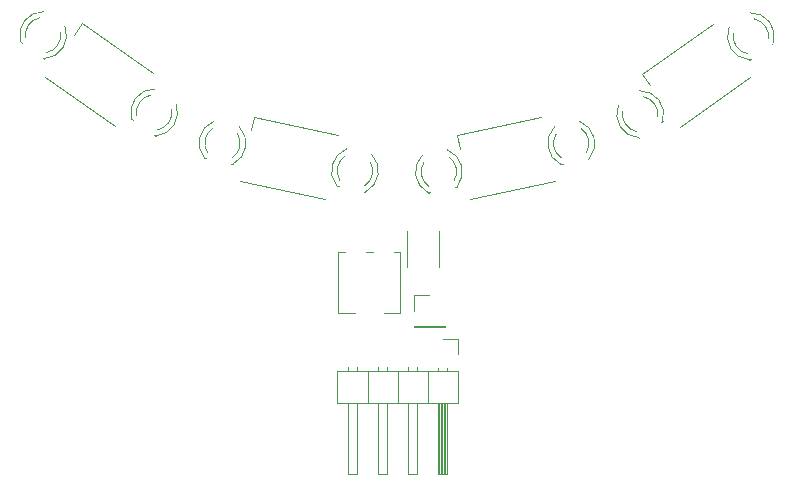
<source format=gbr>
%TF.GenerationSoftware,KiCad,Pcbnew,7.0.9*%
%TF.CreationDate,2025-01-15T22:01:12+09:00*%
%TF.ProjectId,line_front_back_robot2,6c696e65-5f66-4726-9f6e-74066261636b,rev?*%
%TF.SameCoordinates,Original*%
%TF.FileFunction,Legend,Top*%
%TF.FilePolarity,Positive*%
%FSLAX46Y46*%
G04 Gerber Fmt 4.6, Leading zero omitted, Abs format (unit mm)*
G04 Created by KiCad (PCBNEW 7.0.9) date 2025-01-15 22:01:12*
%MOMM*%
%LPD*%
G01*
G04 APERTURE LIST*
%ADD10C,0.120000*%
G04 APERTURE END LIST*
D10*
%TO.C,Q10*%
X173486977Y-102640789D02*
X173639568Y-102673223D01*
X175752367Y-103122312D02*
X175904958Y-103154747D01*
X174312970Y-99511813D02*
G75*
G03*
X173487452Y-102640890I707340J-1860045D01*
G01*
X174180533Y-100128968D02*
G75*
G03*
X173747482Y-102165526I839777J-1242890D01*
G01*
X175860281Y-102614616D02*
G75*
G03*
X176293013Y-100577989I-839971J1242758D01*
G01*
X175904485Y-103154646D02*
G75*
G03*
X176423046Y-99960322I-884175J1782788D01*
G01*
%TO.C,Q2*%
X192449251Y-100816196D02*
X192601842Y-100783761D01*
X194714641Y-100334672D02*
X194867232Y-100302238D01*
X191931164Y-97621772D02*
G75*
G03*
X192449724Y-100816094I1402735J-1411535D01*
G01*
X192061197Y-98239439D02*
G75*
G03*
X192493928Y-100276065I1272702J-793868D01*
G01*
X194606727Y-99826975D02*
G75*
G03*
X194173676Y-97790417I-1272828J793668D01*
G01*
X194866758Y-100302339D02*
G75*
G03*
X194041239Y-97173261I-1532859J1269032D01*
G01*
%TO.C,Q1*%
X181245917Y-103228208D02*
X181398508Y-103195773D01*
X183511307Y-102746684D02*
X183663898Y-102714250D01*
X180727830Y-100033784D02*
G75*
G03*
X181246390Y-103228106I1402735J-1411535D01*
G01*
X180857863Y-100651451D02*
G75*
G03*
X181290594Y-102688077I1272702J-793868D01*
G01*
X183403393Y-102238987D02*
G75*
G03*
X182970342Y-100202429I-1272828J793668D01*
G01*
X183663424Y-102714351D02*
G75*
G03*
X182837905Y-99585273I-1532859J1269032D01*
G01*
%TO.C,D5*%
X191935610Y-102218634D02*
X184795132Y-103736390D01*
X190792096Y-96838822D02*
X183651618Y-98356578D01*
X183651618Y-98356578D02*
X183890717Y-99481448D01*
%TO.C,D3*%
X154738386Y-97575623D02*
X148758576Y-93388515D01*
X157893056Y-93070287D02*
X151913246Y-88883179D01*
X151913246Y-88883179D02*
X151253633Y-89825204D01*
%TO.C,RV2*%
X173628592Y-113440719D02*
X175008592Y-113440719D01*
X173628592Y-113440719D02*
X173628592Y-108200719D01*
X177488592Y-113440719D02*
X178868592Y-113440719D01*
X178868592Y-113440719D02*
X178868592Y-108200719D01*
X173628592Y-108200719D02*
X174209592Y-108200719D01*
X175988592Y-108200719D02*
X176508592Y-108200719D01*
X178288592Y-108200719D02*
X178868592Y-108200719D01*
%TO.C,D2*%
X172447320Y-103713064D02*
X165306842Y-102195308D01*
X173590834Y-98333252D02*
X166450356Y-96815496D01*
X166450356Y-96815496D02*
X166211258Y-97940366D01*
%TO.C,Q4*%
X208426545Y-91961218D02*
X208554333Y-91871740D01*
X210323701Y-90632815D02*
X210451489Y-90543337D01*
X206701483Y-89223167D02*
G75*
G03*
X208426942Y-91960939I1842755J-751233D01*
G01*
X207062520Y-89740925D02*
G75*
G03*
X208256624Y-91446568I1481718J-233475D01*
G01*
X210025993Y-90207643D02*
G75*
G03*
X208831621Y-88502187I-1481755J233243D01*
G01*
X210451093Y-90543614D02*
G75*
G03*
X208468570Y-87985839I-1906855J569214D01*
G01*
%TO.C,Q3*%
X199056270Y-98558979D02*
X199184058Y-98469501D01*
X200953426Y-97230576D02*
X201081214Y-97141098D01*
X197331208Y-95820928D02*
G75*
G03*
X199056667Y-98558700I1842755J-751233D01*
G01*
X197692245Y-96338686D02*
G75*
G03*
X198886349Y-98044329I1481718J-233475D01*
G01*
X200655718Y-96805404D02*
G75*
G03*
X199461346Y-95099948I-1481755J233243D01*
G01*
X201080818Y-97141375D02*
G75*
G03*
X199098295Y-94583600I-1906855J569214D01*
G01*
%TO.C,Q9*%
X162271168Y-100287465D02*
X162423759Y-100319899D01*
X164536558Y-100768988D02*
X164689149Y-100801423D01*
X163097161Y-97158489D02*
G75*
G03*
X162271643Y-100287566I707340J-1860045D01*
G01*
X162964724Y-97775644D02*
G75*
G03*
X162531673Y-99812202I839777J-1242890D01*
G01*
X164644472Y-100261292D02*
G75*
G03*
X165077204Y-98224665I-839971J1242758D01*
G01*
X164688676Y-100801322D02*
G75*
G03*
X165207237Y-97606998I-884175J1782788D01*
G01*
%TO.C,J2*%
X183726099Y-115637974D02*
X183726099Y-116907974D01*
X182456099Y-115637974D02*
X183726099Y-115637974D01*
X180296099Y-117950903D02*
X180296099Y-118347974D01*
X179536099Y-117950903D02*
X179536099Y-118347974D01*
X177756099Y-117950903D02*
X177756099Y-118347974D01*
X176996099Y-117950903D02*
X176996099Y-118347974D01*
X175216099Y-117950903D02*
X175216099Y-118347974D01*
X174456099Y-117950903D02*
X174456099Y-118347974D01*
X182836099Y-118017974D02*
X182836099Y-118347974D01*
X182076099Y-118017974D02*
X182076099Y-118347974D01*
X183786099Y-118347974D02*
X173506099Y-118347974D01*
X181186099Y-118347974D02*
X181186099Y-121007974D01*
X178646099Y-118347974D02*
X178646099Y-121007974D01*
X176106099Y-118347974D02*
X176106099Y-121007974D01*
X173506099Y-118347974D02*
X173506099Y-121007974D01*
X183786099Y-121007974D02*
X183786099Y-118347974D01*
X182836099Y-121007974D02*
X182836099Y-127007974D01*
X182776099Y-121007974D02*
X182776099Y-127007974D01*
X182656099Y-121007974D02*
X182656099Y-127007974D01*
X182536099Y-121007974D02*
X182536099Y-127007974D01*
X182416099Y-121007974D02*
X182416099Y-127007974D01*
X182296099Y-121007974D02*
X182296099Y-127007974D01*
X182176099Y-121007974D02*
X182176099Y-127007974D01*
X180296099Y-121007974D02*
X180296099Y-127007974D01*
X177756099Y-121007974D02*
X177756099Y-127007974D01*
X175216099Y-121007974D02*
X175216099Y-127007974D01*
X173506099Y-121007974D02*
X183786099Y-121007974D01*
X182836099Y-127007974D02*
X182076099Y-127007974D01*
X182076099Y-127007974D02*
X182076099Y-121007974D01*
X180296099Y-127007974D02*
X179536099Y-127007974D01*
X179536099Y-127007974D02*
X179536099Y-121007974D01*
X177756099Y-127007974D02*
X176996099Y-127007974D01*
X176996099Y-127007974D02*
X176996099Y-121007974D01*
X175216099Y-127007974D02*
X174456099Y-127007974D01*
X174456099Y-127007974D02*
X174456099Y-121007974D01*
%TO.C,J3*%
X179993592Y-111890719D02*
X181323592Y-111890719D01*
X179993592Y-113220719D02*
X179993592Y-111890719D01*
X179993592Y-114490719D02*
X179993592Y-114550719D01*
X179993592Y-114490719D02*
X182653592Y-114490719D01*
X179993592Y-114550719D02*
X182653592Y-114550719D01*
X182653592Y-114490719D02*
X182653592Y-114550719D01*
%TO.C,D1*%
X208501713Y-93452865D02*
X202521903Y-97639973D01*
X205347043Y-88947529D02*
X199367233Y-93134637D01*
X199367233Y-93134637D02*
X200026846Y-94076662D01*
%TO.C,Q7*%
X146709677Y-90446205D02*
X146837465Y-90535683D01*
X148606833Y-91774608D02*
X148734621Y-91864086D01*
X148692596Y-87888707D02*
G75*
G03*
X146710073Y-90446482I-75668J-1988561D01*
G01*
X148329545Y-88405055D02*
G75*
G03*
X147135173Y-90110511I287383J-1472213D01*
G01*
X148904542Y-91349435D02*
G75*
G03*
X150098645Y-89643793I-287614J1472167D01*
G01*
X148734224Y-91863808D02*
G75*
G03*
X150459684Y-89126035I-117296J1986540D01*
G01*
%TO.C,Q8*%
X156114367Y-96994816D02*
X156242155Y-97084294D01*
X158011523Y-98323219D02*
X158139311Y-98412697D01*
X158097286Y-94437318D02*
G75*
G03*
X156114763Y-96995093I-75668J-1988561D01*
G01*
X157734235Y-94953666D02*
G75*
G03*
X156539863Y-96659122I287383J-1472213D01*
G01*
X158309232Y-97898046D02*
G75*
G03*
X159503335Y-96192404I-287614J1472167D01*
G01*
X158138914Y-98412419D02*
G75*
G03*
X159864374Y-95674646I-117296J1986540D01*
G01*
%TO.C,R8*%
X179388592Y-109497783D02*
X179388592Y-106443655D01*
X182108592Y-109497783D02*
X182108592Y-106443655D01*
%TD*%
M02*

</source>
